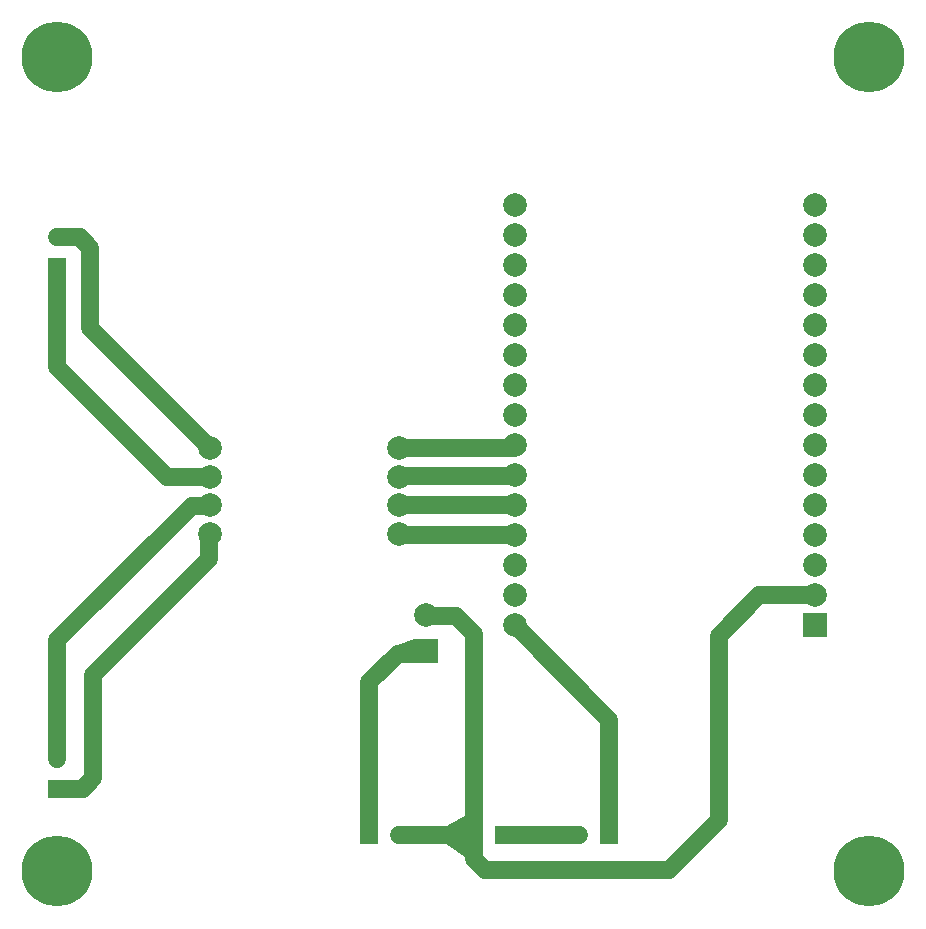
<source format=gbl>
%FSDAX23Y23*%
%MOIN*%
%SFA1B1*%

%IPPOS*%
%ADD10C,0.236220*%
%ADD11C,0.059060*%
%ADD12R,0.059060X0.059060*%
%ADD13R,0.059060X0.059060*%
%ADD14C,0.078740*%
%ADD15R,0.078740X0.078740*%
%ADD16R,0.078740X0.078740*%
%ADD17C,0.060000*%
%LNpcb1-1*%
%LPD*%
G36*
X03735Y01805D02*
X03715Y01785D01*
Y01765*
X03640Y01815*
X03640Y01815*
X03640Y01815*
X03617Y01830*
X03710*
X03735Y01805*
G37*
G36*
X03720Y01920D02*
Y01875D01*
X03715Y01870*
X03630*
X03720Y01920*
G37*
G36*
X03480Y02480D02*
X03535Y02499D01*
Y02420*
X03480Y02420*
Y02480*
G37*
G54D10*
X02345Y04440D03*
X05050Y01725D03*
X02345D03*
X05050Y04440D03*
G54D11*
X02345Y02100D03*
Y03840D03*
X03735Y01845D03*
X03485D03*
X04085D03*
G54D12*
X02345Y02000D03*
Y03740D03*
G54D13*
X03835Y01845D03*
X03385D03*
X04185D03*
G54D14*
X04870Y02645D03*
Y02745D03*
Y02845D03*
Y02945D03*
Y03045D03*
Y03145D03*
Y03245D03*
Y03345D03*
Y03445D03*
Y03545D03*
Y03645D03*
Y03745D03*
Y03845D03*
Y03945D03*
X03870D03*
Y03845D03*
Y03745D03*
Y03645D03*
Y03545D03*
Y03445D03*
Y03345D03*
Y03245D03*
Y03145D03*
Y03045D03*
Y02945D03*
Y02845D03*
Y02745D03*
Y02645D03*
Y02545D03*
X02855Y03135D03*
Y03040D03*
Y02945D03*
Y02850D03*
X03575Y02580D03*
X03485Y03135D03*
Y03040D03*
Y02945D03*
Y02850D03*
G54D15*
X04870Y02545D03*
G54D16*
X03575Y02460D03*
G54D17*
X02793Y02943D02*
X02853D01*
X02855Y02945*
X02345Y02100D02*
Y02495D01*
X02793Y02943*
X03485Y01845D02*
X03735D01*
Y01765D02*
Y01845D01*
X03673Y02576D02*
X03735Y02515D01*
Y01845D02*
Y02515D01*
Y01765D02*
X03770Y01730D01*
X04385*
X04550Y01895*
X02851Y02766D02*
Y02846D01*
X02855Y02850*
X02465Y02380D02*
X02851Y02766D01*
X02345Y02000D02*
X02429D01*
X02465Y02035*
Y02380*
X02455Y03535D02*
Y03804D01*
X02345Y03840D02*
X02419D01*
X02455Y03804*
Y03535D02*
X02855Y03135D01*
X02710Y03040D02*
X02855D01*
X02345Y03405D02*
X02710Y03040D01*
X02345Y03405D02*
Y03740D01*
X04550Y02510D02*
X04685Y02645D01*
X04870*
X04550Y01895D02*
Y02510D01*
X03578Y02576D02*
X03673D01*
X03575Y02580D02*
X03578Y02576D01*
X03565Y02450D02*
X03575Y02460D01*
X03480Y02450D02*
X03565D01*
X03385Y02355D02*
X03480Y02450D01*
X03385Y01845D02*
Y02355D01*
X03835Y01845D02*
X04085D01*
X04185D02*
Y02230D01*
X03870Y02545D02*
X04185Y02230D01*
X03487Y02847D02*
X03867D01*
X03870Y02845*
X03485Y02850D02*
X03487Y02847D01*
X03485Y02945D02*
X03870D01*
X03487Y03042D02*
X03867D01*
X03485Y03040D02*
X03487Y03042D01*
X03867D02*
X03870Y03045D01*
X03485Y03135D02*
X03854D01*
X03864Y03145*
X03870*
M02*
</source>
